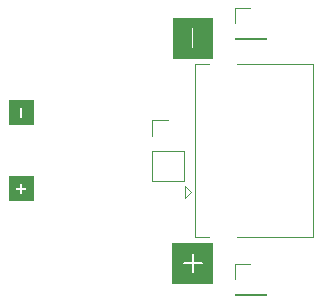
<source format=gbr>
%TF.GenerationSoftware,KiCad,Pcbnew,(7.0.0-rc1-287-ga9cb8e9a8d)*%
%TF.CreationDate,2023-01-20T15:36:01-06:00*%
%TF.ProjectId,Banana to USB Adapter,42616e61-6e61-4207-946f-205553422041,rev?*%
%TF.SameCoordinates,Original*%
%TF.FileFunction,Legend,Top*%
%TF.FilePolarity,Positive*%
%FSLAX46Y46*%
G04 Gerber Fmt 4.6, Leading zero omitted, Abs format (unit mm)*
G04 Created by KiCad (PCBNEW (7.0.0-rc1-287-ga9cb8e9a8d)) date 2023-01-20 15:36:01*
%MOMM*%
%LPD*%
G01*
G04 APERTURE LIST*
%ADD10C,0.150000*%
%ADD11C,0.120000*%
G04 APERTURE END LIST*
D10*
G36*
X134532357Y-97310429D02*
G01*
X132421643Y-97310429D01*
X132421643Y-96627758D01*
X133388428Y-96627758D01*
X133397671Y-96659236D01*
X133430957Y-96688078D01*
X133474552Y-96694346D01*
X133514616Y-96676050D01*
X133538428Y-96638998D01*
X133538428Y-95844290D01*
X133529185Y-95812812D01*
X133495899Y-95783970D01*
X133452304Y-95777702D01*
X133412240Y-95795998D01*
X133388428Y-95833050D01*
X133388428Y-96627758D01*
X132421643Y-96627758D01*
X132421643Y-95161620D01*
X134532357Y-95161620D01*
X134532357Y-97310429D01*
G37*
G36*
X149723009Y-110689614D02*
G01*
X146250391Y-110689614D01*
X146250391Y-108992881D01*
X147159925Y-108992881D01*
X147178221Y-109032945D01*
X147215273Y-109056757D01*
X147924200Y-109056757D01*
X147924200Y-109754443D01*
X147933443Y-109785921D01*
X147966729Y-109814763D01*
X148010324Y-109821031D01*
X148050388Y-109802735D01*
X148074200Y-109765683D01*
X148074200Y-109056757D01*
X148771887Y-109056757D01*
X148803365Y-109047514D01*
X148832207Y-109014228D01*
X148838475Y-108970633D01*
X148820179Y-108930569D01*
X148783127Y-108906757D01*
X148074200Y-108906757D01*
X148074200Y-108209070D01*
X148064957Y-108177592D01*
X148031671Y-108148750D01*
X147988076Y-108142482D01*
X147948012Y-108160778D01*
X147924200Y-108197830D01*
X147924200Y-108906757D01*
X147226513Y-108906757D01*
X147195035Y-108916000D01*
X147166193Y-108949286D01*
X147159925Y-108992881D01*
X146250391Y-108992881D01*
X146250391Y-107293186D01*
X149723009Y-107293186D01*
X149723009Y-110689614D01*
G37*
G36*
X134551405Y-103726732D02*
G01*
X132402596Y-103726732D01*
X132402596Y-102668927D01*
X133018678Y-102668927D01*
X133036974Y-102708991D01*
X133074026Y-102732803D01*
X133402000Y-102732803D01*
X133402000Y-103049537D01*
X133411243Y-103081015D01*
X133444529Y-103109857D01*
X133488124Y-103116125D01*
X133528188Y-103097829D01*
X133552000Y-103060777D01*
X133552000Y-102732803D01*
X133868735Y-102732803D01*
X133900213Y-102723560D01*
X133929055Y-102690274D01*
X133935323Y-102646679D01*
X133917027Y-102606615D01*
X133879975Y-102582803D01*
X133552000Y-102582803D01*
X133552000Y-102266069D01*
X133542757Y-102234591D01*
X133509471Y-102205749D01*
X133465876Y-102199481D01*
X133425812Y-102217777D01*
X133402000Y-102254829D01*
X133402000Y-102582803D01*
X133085266Y-102582803D01*
X133053788Y-102592046D01*
X133024946Y-102625332D01*
X133018678Y-102668927D01*
X132402596Y-102668927D01*
X132402596Y-101616018D01*
X134551405Y-101616018D01*
X134551405Y-103726732D01*
G37*
G36*
X149684914Y-91677709D02*
G01*
X146288486Y-91677709D01*
X146288486Y-90701586D01*
X147902057Y-90701586D01*
X147911300Y-90733064D01*
X147944586Y-90761906D01*
X147988181Y-90768174D01*
X148028245Y-90749878D01*
X148052057Y-90712826D01*
X148052057Y-89156213D01*
X148042814Y-89124735D01*
X148009528Y-89095893D01*
X147965933Y-89089625D01*
X147925869Y-89107921D01*
X147902057Y-89144973D01*
X147902057Y-90701586D01*
X146288486Y-90701586D01*
X146288486Y-88205091D01*
X149684914Y-88205091D01*
X149684914Y-91677709D01*
G37*
D11*
%TO.C,J4*%
X144573250Y-98171000D02*
X144573250Y-96841000D01*
X144573250Y-102041000D02*
X147233250Y-102041000D01*
X144573250Y-99441000D02*
X144573250Y-102041000D01*
X144573250Y-99441000D02*
X147233250Y-99441000D01*
X144573250Y-96841000D02*
X145903250Y-96841000D01*
X147233250Y-99441000D02*
X147233250Y-102041000D01*
%TO.C,J3*%
X151552600Y-87341400D02*
X152882600Y-87341400D01*
X151552600Y-89941400D02*
X154212600Y-89941400D01*
X151552600Y-90001400D02*
X154212600Y-90001400D01*
X154212600Y-89941400D02*
X154212600Y-90001400D01*
X151552600Y-89941400D02*
X151552600Y-90001400D01*
X151552600Y-88671400D02*
X151552600Y-87341400D01*
%TO.C,J2*%
X151552600Y-110337600D02*
X151552600Y-109007600D01*
X151552600Y-111607600D02*
X151552600Y-111667600D01*
X154212600Y-111607600D02*
X154212600Y-111667600D01*
X151552600Y-111667600D02*
X154212600Y-111667600D01*
X151552600Y-111607600D02*
X154212600Y-111607600D01*
X151552600Y-109007600D02*
X152882600Y-109007600D01*
%TO.C,J1*%
X151729500Y-106790000D02*
X158196500Y-106790000D01*
X158196500Y-106790000D02*
X158196500Y-92070000D01*
X151729500Y-92070000D02*
X158196500Y-92070000D01*
X148196500Y-106790000D02*
X148196500Y-92070000D01*
X148196500Y-106790000D02*
X149367300Y-106790000D01*
X149367300Y-92070000D02*
X148196500Y-92070000D01*
X147316500Y-103430000D02*
X147816500Y-102930000D01*
X147816500Y-102930000D02*
X147316500Y-102430000D01*
X147316500Y-102430000D02*
X147316500Y-103430000D01*
%TD*%
M02*

</source>
